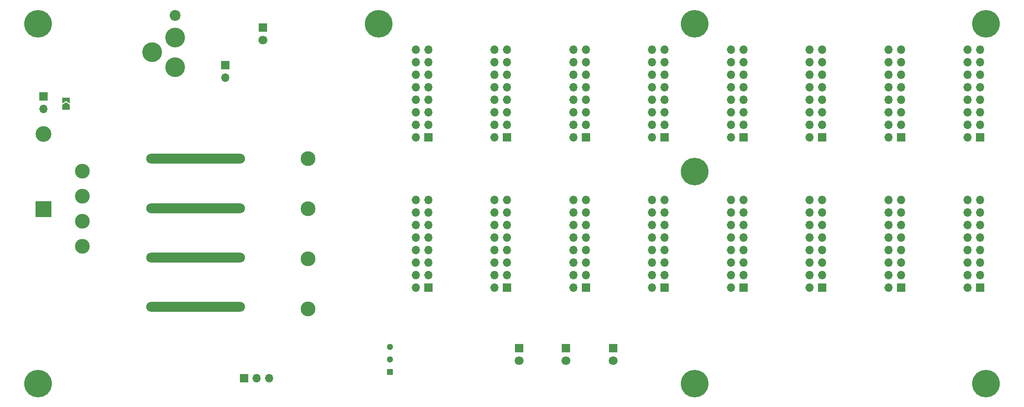
<source format=gbs>
G04 #@! TF.GenerationSoftware,KiCad,Pcbnew,(5.1.4)-1*
G04 #@! TF.CreationDate,2019-10-17T20:01:31+02:00*
G04 #@! TF.ProjectId,psu-30w,7073752d-3330-4772-9e6b-696361645f70,rev?*
G04 #@! TF.SameCoordinates,Original*
G04 #@! TF.FileFunction,Soldermask,Bot*
G04 #@! TF.FilePolarity,Negative*
%FSLAX46Y46*%
G04 Gerber Fmt 4.6, Leading zero omitted, Abs format (unit mm)*
G04 Created by KiCad (PCBNEW (5.1.4)-1) date 2019-10-17 20:01:31*
%MOMM*%
%LPD*%
G04 APERTURE LIST*
%ADD10C,0.300000*%
%ADD11C,0.100000*%
%ADD12O,1.700000X1.700000*%
%ADD13R,1.700000X1.700000*%
%ADD14C,4.000000*%
%ADD15C,2.200000*%
%ADD16C,3.000000*%
%ADD17O,20.000000X2.000000*%
%ADD18C,1.300000*%
%ADD19R,1.300000X1.300000*%
%ADD20R,3.200000X3.200000*%
%ADD21O,3.200000X3.200000*%
%ADD22C,1.800000*%
%ADD23R,1.800000X1.800000*%
%ADD24C,5.600000*%
G04 APERTURE END LIST*
D10*
X60652000Y-69982000D03*
D11*
G36*
X60652000Y-68982000D02*
G01*
X61402000Y-69482000D01*
X61402000Y-70482000D01*
X59902000Y-70482000D01*
X59902000Y-69482000D01*
X60652000Y-68982000D01*
X60652000Y-68982000D01*
G37*
D10*
X60652000Y-68532000D03*
D11*
G36*
X61402000Y-68032000D02*
G01*
X61402000Y-69182000D01*
X60652000Y-68682000D01*
X59902000Y-69182000D01*
X59902000Y-68032000D01*
X61402000Y-68032000D01*
X61402000Y-68032000D01*
G37*
D12*
X56080000Y-70310000D03*
D13*
X56080000Y-67770000D03*
D12*
X101800000Y-124920000D03*
X99260000Y-124920000D03*
D13*
X96720000Y-124920000D03*
D12*
X92910000Y-63960000D03*
D13*
X92910000Y-61420000D03*
D14*
X82750000Y-61826400D03*
X82750000Y-55826400D03*
X78050000Y-58826400D03*
D15*
X82750000Y-51326400D03*
D16*
X63915600Y-82926800D03*
X63915600Y-88006800D03*
X63915600Y-93086800D03*
X63915600Y-98166800D03*
X109635600Y-110866800D03*
X109635600Y-100706800D03*
X109635600Y-90546800D03*
X109635600Y-80386800D03*
D17*
X86915600Y-80426800D03*
X86915600Y-90426800D03*
X86915600Y-100426800D03*
X86915600Y-110426800D03*
D18*
X126234800Y-121110000D03*
D19*
X126234800Y-123650000D03*
D18*
X126234800Y-118570000D03*
D13*
X245762037Y-76029244D03*
D12*
X243222037Y-76029244D03*
X245762037Y-73489244D03*
X243222037Y-73489244D03*
X245762037Y-70949244D03*
X243222037Y-70949244D03*
X245762037Y-68409244D03*
X243222037Y-68409244D03*
X245762037Y-65869244D03*
X243222037Y-65869244D03*
X245762037Y-63329244D03*
X243222037Y-63329244D03*
X245762037Y-60789244D03*
X243222037Y-60789244D03*
X245762037Y-58249244D03*
X243222037Y-58249244D03*
D20*
X56080000Y-90630000D03*
D21*
X56080000Y-75390000D03*
D22*
X152400000Y-121380000D03*
D23*
X152400000Y-118840000D03*
X100530000Y-53800000D03*
D22*
X100530000Y-56340000D03*
D23*
X171450000Y-118840000D03*
D22*
X171450000Y-121380000D03*
X161925000Y-121380000D03*
D23*
X161925000Y-118840000D03*
D12*
X243222037Y-88729244D03*
X245762037Y-88729244D03*
X243222037Y-91269244D03*
X245762037Y-91269244D03*
X243222037Y-93809244D03*
X245762037Y-93809244D03*
X243222037Y-96349244D03*
X245762037Y-96349244D03*
X243222037Y-98889244D03*
X245762037Y-98889244D03*
X243222037Y-101429244D03*
X245762037Y-101429244D03*
X243222037Y-103969244D03*
X245762037Y-103969244D03*
X243222037Y-106509244D03*
D13*
X245762037Y-106509244D03*
X229796321Y-106509244D03*
D12*
X227256321Y-106509244D03*
X229796321Y-103969244D03*
X227256321Y-103969244D03*
X229796321Y-101429244D03*
X227256321Y-101429244D03*
X229796321Y-98889244D03*
X227256321Y-98889244D03*
X229796321Y-96349244D03*
X227256321Y-96349244D03*
X229796321Y-93809244D03*
X227256321Y-93809244D03*
X229796321Y-91269244D03*
X227256321Y-91269244D03*
X229796321Y-88729244D03*
X227256321Y-88729244D03*
D13*
X213830607Y-106509244D03*
D12*
X211290607Y-106509244D03*
X213830607Y-103969244D03*
X211290607Y-103969244D03*
X213830607Y-101429244D03*
X211290607Y-101429244D03*
X213830607Y-98889244D03*
X211290607Y-98889244D03*
X213830607Y-96349244D03*
X211290607Y-96349244D03*
X213830607Y-93809244D03*
X211290607Y-93809244D03*
X213830607Y-91269244D03*
X211290607Y-91269244D03*
X213830607Y-88729244D03*
X211290607Y-88729244D03*
X195324893Y-88729244D03*
X197864893Y-88729244D03*
X195324893Y-91269244D03*
X197864893Y-91269244D03*
X195324893Y-93809244D03*
X197864893Y-93809244D03*
X195324893Y-96349244D03*
X197864893Y-96349244D03*
X195324893Y-98889244D03*
X197864893Y-98889244D03*
X195324893Y-101429244D03*
X197864893Y-101429244D03*
X195324893Y-103969244D03*
X197864893Y-103969244D03*
X195324893Y-106509244D03*
D13*
X197864893Y-106509244D03*
X181899179Y-106509244D03*
D12*
X179359179Y-106509244D03*
X181899179Y-103969244D03*
X179359179Y-103969244D03*
X181899179Y-101429244D03*
X179359179Y-101429244D03*
X181899179Y-98889244D03*
X179359179Y-98889244D03*
X181899179Y-96349244D03*
X179359179Y-96349244D03*
X181899179Y-93809244D03*
X179359179Y-93809244D03*
X181899179Y-91269244D03*
X179359179Y-91269244D03*
X181899179Y-88729244D03*
X179359179Y-88729244D03*
D13*
X165933465Y-106509244D03*
D12*
X163393465Y-106509244D03*
X165933465Y-103969244D03*
X163393465Y-103969244D03*
X165933465Y-101429244D03*
X163393465Y-101429244D03*
X165933465Y-98889244D03*
X163393465Y-98889244D03*
X165933465Y-96349244D03*
X163393465Y-96349244D03*
X165933465Y-93809244D03*
X163393465Y-93809244D03*
X165933465Y-91269244D03*
X163393465Y-91269244D03*
X165933465Y-88729244D03*
X163393465Y-88729244D03*
X147427751Y-88729244D03*
X149967751Y-88729244D03*
X147427751Y-91269244D03*
X149967751Y-91269244D03*
X147427751Y-93809244D03*
X149967751Y-93809244D03*
X147427751Y-96349244D03*
X149967751Y-96349244D03*
X147427751Y-98889244D03*
X149967751Y-98889244D03*
X147427751Y-101429244D03*
X149967751Y-101429244D03*
X147427751Y-103969244D03*
X149967751Y-103969244D03*
X147427751Y-106509244D03*
D13*
X149967751Y-106509244D03*
D12*
X131462037Y-88729244D03*
X134002037Y-88729244D03*
X131462037Y-91269244D03*
X134002037Y-91269244D03*
X131462037Y-93809244D03*
X134002037Y-93809244D03*
X131462037Y-96349244D03*
X134002037Y-96349244D03*
X131462037Y-98889244D03*
X134002037Y-98889244D03*
X131462037Y-101429244D03*
X134002037Y-101429244D03*
X131462037Y-103969244D03*
X134002037Y-103969244D03*
X131462037Y-106509244D03*
D13*
X134002037Y-106509244D03*
X229796321Y-76029244D03*
D12*
X227256321Y-76029244D03*
X229796321Y-73489244D03*
X227256321Y-73489244D03*
X229796321Y-70949244D03*
X227256321Y-70949244D03*
X229796321Y-68409244D03*
X227256321Y-68409244D03*
X229796321Y-65869244D03*
X227256321Y-65869244D03*
X229796321Y-63329244D03*
X227256321Y-63329244D03*
X229796321Y-60789244D03*
X227256321Y-60789244D03*
X229796321Y-58249244D03*
X227256321Y-58249244D03*
X211290607Y-58249244D03*
X213830607Y-58249244D03*
X211290607Y-60789244D03*
X213830607Y-60789244D03*
X211290607Y-63329244D03*
X213830607Y-63329244D03*
X211290607Y-65869244D03*
X213830607Y-65869244D03*
X211290607Y-68409244D03*
X213830607Y-68409244D03*
X211290607Y-70949244D03*
X213830607Y-70949244D03*
X211290607Y-73489244D03*
X213830607Y-73489244D03*
X211290607Y-76029244D03*
D13*
X213830607Y-76029244D03*
D12*
X195324893Y-58249244D03*
X197864893Y-58249244D03*
X195324893Y-60789244D03*
X197864893Y-60789244D03*
X195324893Y-63329244D03*
X197864893Y-63329244D03*
X195324893Y-65869244D03*
X197864893Y-65869244D03*
X195324893Y-68409244D03*
X197864893Y-68409244D03*
X195324893Y-70949244D03*
X197864893Y-70949244D03*
X195324893Y-73489244D03*
X197864893Y-73489244D03*
X195324893Y-76029244D03*
D13*
X197864893Y-76029244D03*
X181899179Y-76029244D03*
D12*
X179359179Y-76029244D03*
X181899179Y-73489244D03*
X179359179Y-73489244D03*
X181899179Y-70949244D03*
X179359179Y-70949244D03*
X181899179Y-68409244D03*
X179359179Y-68409244D03*
X181899179Y-65869244D03*
X179359179Y-65869244D03*
X181899179Y-63329244D03*
X179359179Y-63329244D03*
X181899179Y-60789244D03*
X179359179Y-60789244D03*
X181899179Y-58249244D03*
X179359179Y-58249244D03*
D13*
X165933465Y-76029244D03*
D12*
X163393465Y-76029244D03*
X165933465Y-73489244D03*
X163393465Y-73489244D03*
X165933465Y-70949244D03*
X163393465Y-70949244D03*
X165933465Y-68409244D03*
X163393465Y-68409244D03*
X165933465Y-65869244D03*
X163393465Y-65869244D03*
X165933465Y-63329244D03*
X163393465Y-63329244D03*
X165933465Y-60789244D03*
X163393465Y-60789244D03*
X165933465Y-58249244D03*
X163393465Y-58249244D03*
X147427751Y-58249244D03*
X149967751Y-58249244D03*
X147427751Y-60789244D03*
X149967751Y-60789244D03*
X147427751Y-63329244D03*
X149967751Y-63329244D03*
X147427751Y-65869244D03*
X149967751Y-65869244D03*
X147427751Y-68409244D03*
X149967751Y-68409244D03*
X147427751Y-70949244D03*
X149967751Y-70949244D03*
X147427751Y-73489244D03*
X149967751Y-73489244D03*
X147427751Y-76029244D03*
D13*
X149967751Y-76029244D03*
D12*
X131462037Y-58249244D03*
X134002037Y-58249244D03*
X131462037Y-60789244D03*
X134002037Y-60789244D03*
X131462037Y-63329244D03*
X134002037Y-63329244D03*
X131462037Y-65869244D03*
X134002037Y-65869244D03*
X131462037Y-68409244D03*
X134002037Y-68409244D03*
X131462037Y-70949244D03*
X134002037Y-70949244D03*
X131462037Y-73489244D03*
X134002037Y-73489244D03*
X131462037Y-76029244D03*
D13*
X134002037Y-76029244D03*
D24*
X55000000Y-126000000D03*
X55000000Y-53000000D03*
X247000000Y-126000000D03*
X247000000Y-53000000D03*
X124000000Y-53000000D03*
X188000000Y-126000000D03*
X188000000Y-83000000D03*
X188000000Y-53000000D03*
M02*

</source>
